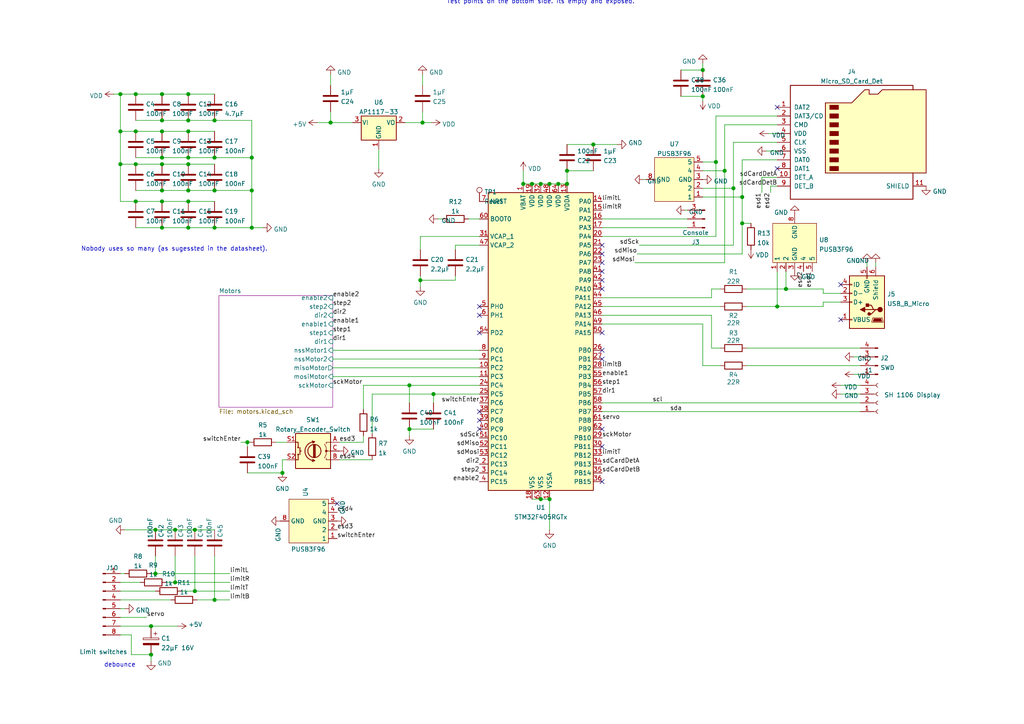
<source format=kicad_sch>
(kicad_sch (version 20230221) (generator eeschema)
  (paper "A4")
  (lib_symbols
    (symbol "Connector:Conn_01x03_Male" (pin_names (offset 1.016) hide)
      (property "Reference" "J" (at 0 5.08 0))
      (property "Value" "Conn_01x03_Male" (at 0 -5.08 0))
      (symbol "Conn_01x03_Male_1_1"
        (pin passive line (at 5.08 2.54 180) (length 3.81) (name "Pin_1") (number "1"))
        (pin passive line (at 5.08 0 180) (length 3.81) (name "Pin_2") (number "2"))
        (pin passive line (at 5.08 -2.54 180) (length 3.81) (name "Pin_3") (number "3"))
      )
    )
    (symbol "Connector:Conn_01x04_Female" (pin_names (offset 1.016) hide)
      (property "Reference" "J" (at 0 5.08 0))
      (property "Value" "Conn_01x04_Female" (at 0 -7.62 0))
      (symbol "Conn_01x04_Female_1_1"
        (pin passive line (at -5.08 2.54 0) (length 3.81) (name "Pin_1") (number "1"))
        (pin passive line (at -5.08 0 0) (length 3.81) (name "Pin_2") (number "2"))
        (pin passive line (at -5.08 -2.54 0) (length 3.81) (name "Pin_3") (number "3"))
        (pin passive line (at -5.08 -5.08 0) (length 3.81) (name "Pin_4") (number "4"))
      )
    )
    (symbol "Connector:Conn_01x04_Male" (pin_names (offset 1.016) hide)
      (property "Reference" "J" (at 0 5.08 0))
      (property "Value" "Conn_01x04_Male" (at 0 -7.62 0))
      (symbol "Conn_01x04_Male_1_1"
        (pin passive line (at 5.08 2.54 180) (length 3.81) (name "Pin_1") (number "1"))
        (pin passive line (at 5.08 0 180) (length 3.81) (name "Pin_2") (number "2"))
        (pin passive line (at 5.08 -2.54 180) (length 3.81) (name "Pin_3") (number "3"))
        (pin passive line (at 5.08 -5.08 180) (length 3.81) (name "Pin_4") (number "4"))
      )
    )
    (symbol "Connector:Conn_01x08_Male" (pin_names (offset 1.016) hide)
      (property "Reference" "J" (at 0 10.16 0))
      (property "Value" "Conn_01x08_Male" (at 0 -12.7 0))
      (symbol "Conn_01x08_Male_1_1"
        (pin passive line (at 5.08 7.62 180) (length 3.81) (name "Pin_1") (number "1"))
        (pin passive line (at 5.08 5.08 180) (length 3.81) (name "Pin_2") (number "2"))
        (pin passive line (at 5.08 2.54 180) (length 3.81) (name "Pin_3") (number "3"))
        (pin passive line (at 5.08 0 180) (length 3.81) (name "Pin_4") (number "4"))
        (pin passive line (at 5.08 -2.54 180) (length 3.81) (name "Pin_5") (number "5"))
        (pin passive line (at 5.08 -5.08 180) (length 3.81) (name "Pin_6") (number "6"))
        (pin passive line (at 5.08 -7.62 180) (length 3.81) (name "Pin_7") (number "7"))
        (pin passive line (at 5.08 -10.16 180) (length 3.81) (name "Pin_8") (number "8"))
      )
    )
    (symbol "Connector:Micro_SD_Card_Det" (pin_names (offset 1.016))
      (property "Reference" "J" (at -16.51 17.78 0))
      (property "Value" "Micro_SD_Card_Det" (at 16.51 17.78 0))
      (symbol "Micro_SD_Card_Det_1_1"
        (pin bidirectional line (at -22.86 10.16 0) (length 3.81) (name "DAT2") (number "1"))
        (pin passive line (at -22.86 -10.16 0) (length 3.81) (name "DET_A") (number "10"))
        (pin passive line (at 20.32 -12.7 180) (length 3.81) (name "SHIELD") (number "11"))
        (pin bidirectional line (at -22.86 7.62 0) (length 3.81) (name "DAT3/CD") (number "2"))
        (pin input line (at -22.86 5.08 0) (length 3.81) (name "CMD") (number "3"))
        (pin power_in line (at -22.86 2.54 0) (length 3.81) (name "VDD") (number "4"))
        (pin input line (at -22.86 0 0) (length 3.81) (name "CLK") (number "5"))
        (pin power_in line (at -22.86 -2.54 0) (length 3.81) (name "VSS") (number "6"))
        (pin bidirectional line (at -22.86 -5.08 0) (length 3.81) (name "DAT0") (number "7"))
        (pin bidirectional line (at -22.86 -7.62 0) (length 3.81) (name "DAT1") (number "8"))
        (pin passive line (at -22.86 -12.7 0) (length 3.81) (name "DET_B") (number "9"))
      )
    )
    (symbol "Connector:TestPoint" (pin_numbers hide) (pin_names (offset 0.762) hide)
      (property "Reference" "TP" (at 0 6.858 0))
      (property "Value" "TestPoint" (at 0 5.08 0))
      (symbol "TestPoint_1_1"
        (pin passive line (at 0 0 90) (length 2.54) (name "1") (number "1"))
      )
    )
    (symbol "Connector:USB_B_Micro" (pin_names (offset 1.016))
      (property "Reference" "J" (at -5.08 11.43 0))
      (property "Value" "USB_B_Micro" (at -5.08 8.89 0))
      (symbol "USB_B_Micro_1_1"
        (pin power_out line (at 7.62 5.08 180) (length 2.54) (name "VBUS") (number "1"))
        (pin bidirectional line (at 7.62 -2.54 180) (length 2.54) (name "D-") (number "2"))
        (pin bidirectional line (at 7.62 0 180) (length 2.54) (name "D+") (number "3"))
        (pin passive line (at 7.62 -5.08 180) (length 2.54) (name "ID") (number "4"))
        (pin power_out line (at 0 -10.16 90) (length 2.54) (name "GND") (number "5"))
        (pin passive line (at -2.54 -10.16 90) (length 2.54) (name "Shield") (number "6"))
      )
    )
    (symbol "Device:C" (pin_numbers hide) (pin_names (offset 0.254))
      (property "Reference" "C" (at 0.635 2.54 0))
      (property "Value" "C" (at 0.635 -2.54 0))
      (symbol "C_1_1"
        (pin passive line (at 0 3.81 270) (length 2.794) (name "~") (number "1"))
        (pin passive line (at 0 -3.81 90) (length 2.794) (name "~") (number "2"))
      )
    )
    (symbol "Device:CP" (pin_numbers hide) (pin_names (offset 0.254))
      (property "Reference" "C" (at 0.635 2.54 0))
      (property "Value" "CP" (at 0.635 -2.54 0))
      (symbol "CP_1_1"
        (pin passive line (at 0 3.81 270) (length 2.794) (name "~") (number "1"))
        (pin passive line (at 0 -3.81 90) (length 2.794) (name "~") (number "2"))
      )
    )
    (symbol "Device:R" (pin_numbers hide) (pin_names (offset 0))
      (property "Reference" "R" (at 2.032 0 90))
      (property "Value" "R" (at 0 0 90))
      (symbol "R_1_1"
        (pin passive line (at 0 3.81 270) (length 1.27) (name "~") (number "1"))
        (pin passive line (at 0 -3.81 90) (length 1.27) (name "~") (number "2"))
      )
    )
    (symbol "Device:Rotary_Encoder_Switch" (pin_names (offset 0.254) hide)
      (property "Reference" "SW" (at 0 6.604 0))
      (property "Value" "Rotary_Encoder_Switch" (at 0 -6.604 0))
      (symbol "Rotary_Encoder_Switch_1_1"
        (pin passive line (at -7.62 2.54 0) (length 2.54) (name "A") (number "A"))
        (pin passive line (at -7.62 -2.54 0) (length 2.54) (name "B") (number "B"))
        (pin passive line (at -7.62 0 0) (length 2.54) (name "C") (number "C"))
        (pin passive line (at 7.62 2.54 180) (length 2.54) (name "S1") (number "S1"))
        (pin passive line (at 7.62 -2.54 180) (length 2.54) (name "S2") (number "S2"))
      )
    )
    (symbol "MCU_ST_STM32F4:STM32F405RGTx"
      (property "Reference" "U" (at -15.24 44.45 0))
      (property "Value" "STM32F405RGTx" (at 10.16 44.45 0))
      (symbol "STM32F405RGTx_1_1"
        (pin power_in line (at -5.08 45.72 270) (length 2.54) (name "VBAT") (number "1"))
        (pin bidirectional line (at -17.78 -7.62 0) (length 2.54) (name "PC2") (number "10"))
        (pin bidirectional line (at -17.78 -10.16 0) (length 2.54) (name "PC3") (number "11"))
        (pin power_in line (at 2.54 -45.72 90) (length 2.54) (name "VSSA") (number "12"))
        (pin power_in line (at 7.62 45.72 270) (length 2.54) (name "VDDA") (number "13"))
        (pin bidirectional line (at 17.78 40.64 180) (length 2.54) (name "PA0") (number "14"))
        (pin bidirectional line (at 17.78 38.1 180) (length 2.54) (name "PA1") (number "15"))
        (pin bidirectional line (at 17.78 35.56 180) (length 2.54) (name "PA2") (number "16"))
        (pin bidirectional line (at 17.78 33.02 180) (length 2.54) (name "PA3") (number "17"))
        (pin power_in line (at -2.54 -45.72 90) (length 2.54) (name "VSS") (number "18"))
        (pin power_in line (at -2.54 45.72 270) (length 2.54) (name "VDD") (number "19"))
        (pin bidirectional line (at -17.78 -35.56 0) (length 2.54) (name "PC13") (number "2"))
        (pin bidirectional line (at 17.78 30.48 180) (length 2.54) (name "PA4") (number "20"))
        (pin bidirectional line (at 17.78 27.94 180) (length 2.54) (name "PA5") (number "21"))
        (pin bidirectional line (at 17.78 25.4 180) (length 2.54) (name "PA6") (number "22"))
        (pin bidirectional line (at 17.78 22.86 180) (length 2.54) (name "PA7") (number "23"))
        (pin bidirectional line (at -17.78 -12.7 0) (length 2.54) (name "PC4") (number "24"))
        (pin bidirectional line (at -17.78 -15.24 0) (length 2.54) (name "PC5") (number "25"))
        (pin bidirectional line (at 17.78 -2.54 180) (length 2.54) (name "PB0") (number "26"))
        (pin bidirectional line (at 17.78 -5.08 180) (length 2.54) (name "PB1") (number "27"))
        (pin bidirectional line (at 17.78 -7.62 180) (length 2.54) (name "PB2") (number "28"))
        (pin bidirectional line (at 17.78 -27.94 180) (length 2.54) (name "PB10") (number "29"))
        (pin bidirectional line (at -17.78 -38.1 0) (length 2.54) (name "PC14") (number "3"))
        (pin bidirectional line (at 17.78 -30.48 180) (length 2.54) (name "PB11") (number "30"))
        (pin power_in line (at -17.78 30.48 0) (length 2.54) (name "VCAP_1") (number "31"))
        (pin power_in line (at 0 45.72 270) (length 2.54) (name "VDD") (number "32"))
        (pin bidirectional line (at 17.78 -33.02 180) (length 2.54) (name "PB12") (number "33"))
        (pin bidirectional line (at 17.78 -35.56 180) (length 2.54) (name "PB13") (number "34"))
        (pin bidirectional line (at 17.78 -38.1 180) (length 2.54) (name "PB14") (number "35"))
        (pin bidirectional line (at 17.78 -40.64 180) (length 2.54) (name "PB15") (number "36"))
        (pin bidirectional line (at -17.78 -17.78 0) (length 2.54) (name "PC6") (number "37"))
        (pin bidirectional line (at -17.78 -20.32 0) (length 2.54) (name "PC7") (number "38"))
        (pin bidirectional line (at -17.78 -22.86 0) (length 2.54) (name "PC8") (number "39"))
        (pin bidirectional line (at -17.78 -40.64 0) (length 2.54) (name "PC15") (number "4"))
        (pin bidirectional line (at -17.78 -25.4 0) (length 2.54) (name "PC9") (number "40"))
        (pin bidirectional line (at 17.78 20.32 180) (length 2.54) (name "PA8") (number "41"))
        (pin bidirectional line (at 17.78 17.78 180) (length 2.54) (name "PA9") (number "42"))
        (pin bidirectional line (at 17.78 15.24 180) (length 2.54) (name "PA10") (number "43"))
        (pin bidirectional line (at 17.78 12.7 180) (length 2.54) (name "PA11") (number "44"))
        (pin bidirectional line (at 17.78 10.16 180) (length 2.54) (name "PA12") (number "45"))
        (pin bidirectional line (at 17.78 7.62 180) (length 2.54) (name "PA13") (number "46"))
        (pin power_in line (at -17.78 27.94 0) (length 2.54) (name "VCAP_2") (number "47"))
        (pin power_in line (at 2.54 45.72 270) (length 2.54) (name "VDD") (number "48"))
        (pin bidirectional line (at 17.78 5.08 180) (length 2.54) (name "PA14") (number "49"))
        (pin input line (at -17.78 10.16 0) (length 2.54) (name "PH0") (number "5"))
        (pin bidirectional line (at 17.78 2.54 180) (length 2.54) (name "PA15") (number "50"))
        (pin bidirectional line (at -17.78 -27.94 0) (length 2.54) (name "PC10") (number "51"))
        (pin bidirectional line (at -17.78 -30.48 0) (length 2.54) (name "PC11") (number "52"))
        (pin bidirectional line (at -17.78 -33.02 0) (length 2.54) (name "PC12") (number "53"))
        (pin bidirectional line (at -17.78 2.54 0) (length 2.54) (name "PD2") (number "54"))
        (pin bidirectional line (at 17.78 -10.16 180) (length 2.54) (name "PB3") (number "55"))
        (pin bidirectional line (at 17.78 -12.7 180) (length 2.54) (name "PB4") (number "56"))
        (pin bidirectional line (at 17.78 -15.24 180) (length 2.54) (name "PB5") (number "57"))
        (pin bidirectional line (at 17.78 -17.78 180) (length 2.54) (name "PB6") (number "58"))
        (pin bidirectional line (at 17.78 -20.32 180) (length 2.54) (name "PB7") (number "59"))
        (pin input line (at -17.78 7.62 0) (length 2.54) (name "PH1") (number "6"))
        (pin input line (at -17.78 35.56 0) (length 2.54) (name "BOOT0") (number "60"))
        (pin bidirectional line (at 17.78 -22.86 180) (length 2.54) (name "PB8") (number "61"))
        (pin bidirectional line (at 17.78 -25.4 180) (length 2.54) (name "PB9") (number "62"))
        (pin power_in line (at 0 -45.72 90) (length 2.54) (name "VSS") (number "63"))
        (pin power_in line (at 5.08 45.72 270) (length 2.54) (name "VDD") (number "64"))
        (pin input line (at -17.78 40.64 0) (length 2.54) (name "NRST") (number "7"))
        (pin bidirectional line (at -17.78 -2.54 0) (length 2.54) (name "PC0") (number "8"))
        (pin bidirectional line (at -17.78 -5.08 0) (length 2.54) (name "PC1") (number "9"))
      )
    )
    (symbol "Regulator_Linear:AP1117-33" (pin_names (offset 0.254))
      (property "Reference" "U" (at -3.81 3.175 0))
      (property "Value" "AP1117-33" (at 0 3.175 0))
      (symbol "AP1117-33_1_1"
        (pin power_in line (at 0 -7.62 90) (length 2.54) (name "GND") (number "1"))
        (pin power_out line (at 7.62 0 180) (length 2.54) (name "VO") (number "2"))
        (pin power_in line (at -7.62 0 0) (length 2.54) (name "VI") (number "3"))
      )
    )
    (symbol "iwasz:PUSB3F96"
      (property "Reference" "U" (at 0 -5.08 0))
      (property "Value" "PUSB3F96" (at 0 7.62 0))
      (symbol "PUSB3F96_1_1"
        (pin input line (at 8.255 -5.08 180) (length 2.54) (name "1") (number "1"))
        (pin input line (at 8.255 -2.54 180) (length 2.54) (name "2") (number "2"))
        (pin input line (at 8.255 0 180) (length 2.54) (name "GND") (number "3"))
        (pin input line (at 8.255 2.54 180) (length 2.54) (name "4") (number "4"))
        (pin input line (at 8.255 5.08 180) (length 2.54) (name "5") (number "5"))
        (pin input line (at -8.255 0 0) (length 2.54) (name "GND") (number "8"))
      )
    )
    (symbol "power:+5V" (power) (pin_names (offset 0))
      (property "Value" "+5V" (at 0 3.556 0))
      (symbol "+5V_1_1"
        (pin power_in line (at 0 0 90) (length 0) hide (name "+5V") (number "1"))
      )
    )
    (symbol "power:GND" (power) (pin_names (offset 0))
      (property "Value" "GND" (at 0 -3.81 0))
      (symbol "GND_1_1"
        (pin power_in line (at 0 0 270) (length 0) hide (name "GND") (number "1"))
      )
    )
    (symbol "power:VDD" (power) (pin_names (offset 0))
      (property "Value" "VDD" (at 0 3.81 0))
      (symbol "VDD_1_1"
        (pin power_in line (at 0 0 90) (length 0) hide (name "VDD") (number "1"))
      )
    )
  )
  (junction (at 164.465 53.34) (diameter 1.016))
  (junction (at 215.265 57.15) (diameter 1.016))
  (junction (at 121.92 81.28) (diameter 1.016))
  (junction (at 54.61 34.925) (diameter 1.016))
  (junction (at 73.025 55.245) (diameter 1.016))
  (junction (at 156.845 144.78) (diameter 1.016))
  (junction (at 54.61 27.305) (diameter 1.016))
  (junction (at 227.965 83.82) (diameter 1.016))
  (junction (at 46.99 45.72) (diameter 1.016))
  (junction (at 95.885 35.56) (diameter 1.016))
  (junction (at 210.185 49.53) (diameter 1.016))
  (junction (at 45.085 166.37) (diameter 1.016))
  (junction (at 45.085 153.67) (diameter 1.016))
  (junction (at 54.61 38.1) (diameter 1.016))
  (junction (at 46.99 66.04) (diameter 1.016))
  (junction (at 46.99 27.305) (diameter 1.016))
  (junction (at 159.385 53.34) (diameter 1.016))
  (junction (at 39.37 38.1) (diameter 1.016))
  (junction (at 39.37 47.625) (diameter 1.016))
  (junction (at 46.99 38.1) (diameter 1.016))
  (junction (at 73.025 66.04) (diameter 1.016))
  (junction (at 161.925 53.34) (diameter 1.016))
  (junction (at 125.73 114.3) (diameter 1.016))
  (junction (at 122.555 35.56) (diameter 1.016))
  (junction (at 71.755 128.27) (diameter 1.016))
  (junction (at 54.61 55.245) (diameter 1.016))
  (junction (at 46.99 34.925) (diameter 1.016))
  (junction (at 62.23 173.99) (diameter 1.016))
  (junction (at 54.61 58.42) (diameter 1.016))
  (junction (at 172.085 41.91) (diameter 1.016))
  (junction (at 34.925 27.305) (diameter 1.016))
  (junction (at 151.765 53.34) (diameter 1.016))
  (junction (at 62.23 45.72) (diameter 1.016))
  (junction (at 118.745 111.76) (diameter 1.016))
  (junction (at 212.725 54.61) (diameter 1.016))
  (junction (at 203.835 20.32) (diameter 1.016))
  (junction (at 39.37 58.42) (diameter 1.016))
  (junction (at 62.23 34.925) (diameter 1.016))
  (junction (at 56.515 153.67) (diameter 1.016))
  (junction (at 73.025 45.72) (diameter 1.016))
  (junction (at 154.305 53.34) (diameter 1.016))
  (junction (at 46.99 58.42) (diameter 1.016))
  (junction (at 54.61 45.72) (diameter 1.016))
  (junction (at 62.23 66.04) (diameter 1.016))
  (junction (at 203.835 27.94) (diameter 1.016))
  (junction (at 46.99 55.245) (diameter 1.016))
  (junction (at 164.465 49.53) (diameter 1.016))
  (junction (at 62.23 55.245) (diameter 1.016))
  (junction (at 43.815 189.865) (diameter 1.016))
  (junction (at 215.265 64.77) (diameter 1.016))
  (junction (at 43.815 181.61) (diameter 1.016))
  (junction (at 225.425 88.9) (diameter 1.016))
  (junction (at 39.37 27.305) (diameter 1.016))
  (junction (at 50.8 153.67) (diameter 1.016))
  (junction (at 156.845 53.34) (diameter 1.016))
  (junction (at 81.915 137.16) (diameter 1.016))
  (junction (at 34.925 47.625) (diameter 1.016))
  (junction (at 34.925 38.1) (diameter 1.016))
  (junction (at 118.745 124.46) (diameter 1.016))
  (junction (at 56.515 171.45) (diameter 1.016))
  (junction (at 54.61 47.625) (diameter 1.016))
  (junction (at 54.61 66.04) (diameter 1.016))
  (junction (at 46.99 47.625) (diameter 1.016))
  (junction (at 159.385 144.78) (diameter 1.016))
  (junction (at 50.8 168.91) (diameter 1.016))
  (junction (at 207.645 46.99) (diameter 1.016))
  (no_connect (at 174.625 71.12))
  (no_connect (at 243.84 82.55))
  (no_connect (at 243.84 92.71))
  (no_connect (at 174.625 73.66))
  (no_connect (at 97.79 146.05))
  (no_connect (at 139.065 88.9))
  (no_connect (at 139.065 91.44))
  (no_connect (at 139.065 96.52))
  (no_connect (at 139.065 119.38))
  (no_connect (at 139.065 121.92))
  (no_connect (at 139.065 124.46))
  (no_connect (at 174.625 78.74))
  (no_connect (at 174.625 81.28))
  (no_connect (at 174.625 83.82))
  (no_connect (at 174.625 96.52))
  (no_connect (at 174.625 104.14))
  (no_connect (at 174.625 124.46))
  (no_connect (at 174.625 129.54))
  (no_connect (at 174.625 139.7))
  (no_connect (at 174.625 101.6))
  (no_connect (at 174.625 76.2))
  (no_connect (at 225.425 31.115))
  (no_connect (at 225.425 48.895))
  (wire (pts (xy 34.925 173.99) (xy 49.53 173.99)))
  (wire (pts (xy 57.15 173.99) (xy 62.23 173.99)))
  (wire (pts (xy 62.23 173.99) (xy 66.675 173.99)))
  (wire (pts (xy 203.835 18.415) (xy 203.835 20.32)))
  (wire (pts (xy 215.265 64.77) (xy 217.805 64.77)))
  (wire (pts (xy 71.755 137.16) (xy 81.915 137.16)))
  (wire (pts (xy 34.925 166.37) (xy 36.195 166.37)))
  (wire (pts (xy 43.815 166.37) (xy 45.085 166.37)))
  (wire (pts (xy 45.085 166.37) (xy 66.675 166.37)))
  (wire (pts (xy 43.815 181.61) (xy 51.435 181.61)))
  (wire (pts (xy 118.745 111.76) (xy 118.745 116.84)))
  (wire (pts (xy 184.15 76.2) (xy 210.185 76.2)))
  (wire (pts (xy 96.52 104.14) (xy 139.065 104.14)))
  (wire (pts (xy 43.815 191.77) (xy 43.815 189.865)))
  (wire (pts (xy 222.885 38.735) (xy 225.425 38.735)))
  (wire (pts (xy 247.65 108.585) (xy 249.555 108.585)))
  (wire (pts (xy 203.835 57.15) (xy 215.265 57.15)))
  (wire (pts (xy 174.625 88.9) (xy 208.915 88.9)))
  (wire (pts (xy 80.01 128.27) (xy 83.185 128.27)))
  (wire (pts (xy 172.085 49.53) (xy 164.465 49.53)))
  (wire (pts (xy 164.465 41.91) (xy 172.085 41.91)))
  (wire (pts (xy 184.785 73.66) (xy 215.265 73.66)))
  (wire (pts (xy 220.98 51.435) (xy 220.98 55.88)))
  (wire (pts (xy 225.425 51.435) (xy 220.98 51.435)))
  (wire (pts (xy 132.08 71.12) (xy 132.08 72.39)))
  (wire (pts (xy 139.065 71.12) (xy 132.08 71.12)))
  (wire (pts (xy 164.465 49.53) (xy 164.465 53.34)))
  (wire (pts (xy 210.185 36.195) (xy 225.425 36.195)))
  (wire (pts (xy 34.925 38.1) (xy 34.925 27.305)))
  (wire (pts (xy 39.37 38.1) (xy 34.925 38.1)))
  (wire (pts (xy 46.99 38.1) (xy 39.37 38.1)))
  (wire (pts (xy 54.61 38.1) (xy 46.99 38.1)))
  (wire (pts (xy 62.23 38.1) (xy 54.61 38.1)))
  (wire (pts (xy 172.085 41.91) (xy 179.07 41.91)))
  (wire (pts (xy 34.925 58.42) (xy 34.925 47.625)))
  (wire (pts (xy 39.37 58.42) (xy 34.925 58.42)))
  (wire (pts (xy 46.99 58.42) (xy 39.37 58.42)))
  (wire (pts (xy 54.61 58.42) (xy 46.99 58.42)))
  (wire (pts (xy 62.23 58.42) (xy 54.61 58.42)))
  (wire (pts (xy 39.37 66.04) (xy 46.99 66.04)))
  (wire (pts (xy 46.99 66.04) (xy 54.61 66.04)))
  (wire (pts (xy 54.61 66.04) (xy 62.23 66.04)))
  (wire (pts (xy 62.23 66.04) (xy 73.025 66.04)))
  (wire (pts (xy 73.025 66.04) (xy 76.2 66.04)))
  (wire (pts (xy 206.375 91.44) (xy 174.625 91.44)))
  (wire (pts (xy 206.375 100.965) (xy 206.375 91.44)))
  (wire (pts (xy 38.1 184.15) (xy 38.1 189.865)))
  (wire (pts (xy 222.25 43.815) (xy 225.425 43.815)))
  (wire (pts (xy 174.625 66.04) (xy 199.39 66.04)))
  (wire (pts (xy 203.835 54.61) (xy 212.725 54.61)))
  (wire (pts (xy 223.52 53.975) (xy 223.52 55.88)))
  (wire (pts (xy 225.425 53.975) (xy 223.52 53.975)))
  (wire (pts (xy 122.555 32.385) (xy 122.555 35.56)))
  (wire (pts (xy 92.075 35.56) (xy 95.885 35.56)))
  (wire (pts (xy 95.885 35.56) (xy 102.235 35.56)))
  (wire (pts (xy 121.92 81.28) (xy 121.92 83.185)))
  (wire (pts (xy 135.89 63.5) (xy 139.065 63.5)))
  (wire (pts (xy 48.26 168.91) (xy 50.8 168.91)))
  (wire (pts (xy 50.8 168.91) (xy 66.675 168.91)))
  (wire (pts (xy 227.965 78.74) (xy 227.965 83.82)))
  (wire (pts (xy 174.625 93.98) (xy 203.835 93.98)))
  (wire (pts (xy 203.835 93.98) (xy 203.835 106.045)))
  (wire (pts (xy 203.835 106.045) (xy 208.915 106.045)))
  (wire (pts (xy 216.535 106.045) (xy 249.555 106.045)))
  (wire (pts (xy 225.425 46.355) (xy 215.265 46.355)))
  (wire (pts (xy 127 63.5) (xy 128.27 63.5)))
  (wire (pts (xy 34.925 168.91) (xy 40.64 168.91)))
  (wire (pts (xy 186.69 52.07) (xy 187.325 52.07)))
  (wire (pts (xy 197.485 20.32) (xy 203.835 20.32)))
  (wire (pts (xy 225.425 78.74) (xy 225.425 88.9)))
  (wire (pts (xy 251.46 76.2) (xy 251.46 77.47)))
  (wire (pts (xy 34.925 179.07) (xy 42.545 179.07)))
  (wire (pts (xy 207.645 33.655) (xy 225.425 33.655)))
  (wire (pts (xy 45.085 161.29) (xy 45.085 166.37)))
  (wire (pts (xy 225.425 88.9) (xy 216.535 88.9)))
  (wire (pts (xy 225.425 88.9) (xy 238.76 88.9)))
  (wire (pts (xy 238.76 87.63) (xy 238.76 88.9)))
  (wire (pts (xy 154.305 144.78) (xy 156.845 144.78)))
  (wire (pts (xy 156.845 144.78) (xy 159.385 144.78)))
  (wire (pts (xy 159.385 144.78) (xy 159.385 153.67)))
  (wire (pts (xy 109.855 43.18) (xy 109.855 48.895)))
  (wire (pts (xy 43.815 182.245) (xy 43.815 181.61)))
  (wire (pts (xy 197.485 27.94) (xy 203.835 27.94)))
  (wire (pts (xy 216.535 83.82) (xy 227.965 83.82)))
  (wire (pts (xy 227.965 83.82) (xy 238.76 83.82)))
  (wire (pts (xy 238.76 83.82) (xy 238.76 85.09)))
  (wire (pts (xy 174.625 119.38) (xy 249.555 119.38)))
  (wire (pts (xy 34.925 171.45) (xy 45.085 171.45)))
  (wire (pts (xy 52.705 171.45) (xy 56.515 171.45)))
  (wire (pts (xy 56.515 171.45) (xy 66.675 171.45)))
  (wire (pts (xy 210.185 49.53) (xy 210.185 36.195)))
  (wire (pts (xy 210.185 76.2) (xy 210.185 49.53)))
  (wire (pts (xy 69.85 128.27) (xy 71.755 128.27)))
  (wire (pts (xy 71.755 128.27) (xy 72.39 128.27)))
  (wire (pts (xy 38.1 189.865) (xy 43.815 189.865)))
  (wire (pts (xy 254 76.2) (xy 254 77.47)))
  (wire (pts (xy 151.765 49.53) (xy 151.765 53.34)))
  (wire (pts (xy 151.765 53.34) (xy 154.305 53.34)))
  (wire (pts (xy 154.305 53.34) (xy 156.845 53.34)))
  (wire (pts (xy 156.845 53.34) (xy 159.385 53.34)))
  (wire (pts (xy 159.385 53.34) (xy 161.925 53.34)))
  (wire (pts (xy 161.925 53.34) (xy 164.465 53.34)))
  (wire (pts (xy 125.73 116.84) (xy 125.73 114.3)))
  (wire (pts (xy 215.265 46.355) (xy 215.265 57.15)))
  (wire (pts (xy 215.265 57.15) (xy 215.265 64.77)))
  (wire (pts (xy 215.265 64.77) (xy 215.265 73.66)))
  (wire (pts (xy 247.65 103.505) (xy 249.555 103.505)))
  (wire (pts (xy 121.92 68.58) (xy 121.92 72.39)))
  (wire (pts (xy 139.065 68.58) (xy 121.92 68.58)))
  (wire (pts (xy 96.52 109.22) (xy 139.065 109.22)))
  (wire (pts (xy 96.52 106.68) (xy 139.065 106.68)))
  (wire (pts (xy 34.925 181.61) (xy 43.815 181.61)))
  (wire (pts (xy 50.8 161.29) (xy 50.8 168.91)))
  (wire (pts (xy 203.835 29.21) (xy 203.835 27.94)))
  (wire (pts (xy 198.755 60.96) (xy 199.39 60.96)))
  (wire (pts (xy 243.84 87.63) (xy 238.76 87.63)))
  (wire (pts (xy 107.95 114.3) (xy 107.95 125.73)))
  (wire (pts (xy 107.95 114.3) (xy 125.73 114.3)))
  (wire (pts (xy 107.95 133.35) (xy 98.425 133.35)))
  (wire (pts (xy 125.73 114.3) (xy 139.065 114.3)))
  (wire (pts (xy 71.755 128.27) (xy 71.755 129.54)))
  (wire (pts (xy 34.925 47.625) (xy 34.925 38.1)))
  (wire (pts (xy 39.37 47.625) (xy 34.925 47.625)))
  (wire (pts (xy 46.99 47.625) (xy 39.37 47.625)))
  (wire (pts (xy 54.61 47.625) (xy 46.99 47.625)))
  (wire (pts (xy 62.23 47.625) (xy 54.61 47.625)))
  (wire (pts (xy 212.725 41.275) (xy 212.725 54.61)))
  (wire (pts (xy 212.725 41.275) (xy 225.425 41.275)))
  (wire (pts (xy 212.725 54.61) (xy 212.725 71.12)))
  (wire (pts (xy 122.555 21.59) (xy 122.555 24.765)))
  (wire (pts (xy 34.925 176.53) (xy 36.195 176.53)))
  (wire (pts (xy 121.92 81.28) (xy 121.92 80.01)))
  (wire (pts (xy 132.08 80.01) (xy 132.08 81.28)))
  (wire (pts (xy 132.08 81.28) (xy 121.92 81.28)))
  (wire (pts (xy 105.41 111.76) (xy 105.41 118.745)))
  (wire (pts (xy 105.41 126.365) (xy 105.41 128.27)))
  (wire (pts (xy 105.41 128.27) (xy 98.425 128.27)))
  (wire (pts (xy 118.745 111.76) (xy 105.41 111.76)))
  (wire (pts (xy 139.065 111.76) (xy 118.745 111.76)))
  (wire (pts (xy 118.745 124.46) (xy 118.745 126.365)))
  (wire (pts (xy 39.37 55.245) (xy 46.99 55.245)))
  (wire (pts (xy 46.99 55.245) (xy 54.61 55.245)))
  (wire (pts (xy 54.61 55.245) (xy 62.23 55.245)))
  (wire (pts (xy 62.23 55.245) (xy 73.025 55.245)))
  (wire (pts (xy 73.025 55.245) (xy 73.025 66.04)))
  (wire (pts (xy 203.835 49.53) (xy 210.185 49.53)))
  (wire (pts (xy 62.23 161.29) (xy 62.23 173.99)))
  (wire (pts (xy 56.515 161.29) (xy 56.515 171.45)))
  (wire (pts (xy 96.52 101.6) (xy 139.065 101.6)))
  (wire (pts (xy 243.84 111.76) (xy 249.555 111.76)))
  (wire (pts (xy 243.84 114.3) (xy 249.555 114.3)))
  (wire (pts (xy 36.195 153.67) (xy 45.085 153.67)))
  (wire (pts (xy 45.085 153.67) (xy 50.8 153.67)))
  (wire (pts (xy 50.8 153.67) (xy 56.515 153.67)))
  (wire (pts (xy 56.515 153.67) (xy 62.23 153.67)))
  (wire (pts (xy 33.02 27.305) (xy 34.925 27.305)))
  (wire (pts (xy 34.925 27.305) (xy 39.37 27.305)))
  (wire (pts (xy 39.37 27.305) (xy 46.99 27.305)))
  (wire (pts (xy 46.99 27.305) (xy 54.61 27.305)))
  (wire (pts (xy 54.61 27.305) (xy 62.23 27.305)))
  (wire (pts (xy 81.915 133.35) (xy 81.915 137.16)))
  (wire (pts (xy 83.185 133.35) (xy 81.915 133.35)))
  (wire (pts (xy 117.475 35.56) (xy 122.555 35.56)))
  (wire (pts (xy 122.555 35.56) (xy 125.095 35.56)))
  (wire (pts (xy 39.37 45.72) (xy 46.99 45.72)))
  (wire (pts (xy 46.99 45.72) (xy 54.61 45.72)))
  (wire (pts (xy 54.61 45.72) (xy 62.23 45.72)))
  (wire (pts (xy 62.23 45.72) (xy 73.025 45.72)))
  (wire (pts (xy 73.025 45.72) (xy 73.025 55.245)))
  (wire (pts (xy 185.42 71.12) (xy 212.725 71.12)))
  (wire (pts (xy 243.84 85.09) (xy 238.76 85.09)))
  (wire (pts (xy 174.625 68.58) (xy 207.645 68.58)))
  (wire (pts (xy 207.645 33.655) (xy 207.645 46.99)))
  (wire (pts (xy 207.645 46.99) (xy 207.645 68.58)))
  (wire (pts (xy 118.745 124.46) (xy 125.73 124.46)))
  (wire (pts (xy 34.925 184.15) (xy 38.1 184.15)))
  (wire (pts (xy 39.37 34.925) (xy 46.99 34.925)))
  (wire (pts (xy 46.99 34.925) (xy 54.61 34.925)))
  (wire (pts (xy 54.61 34.925) (xy 62.23 34.925)))
  (wire (pts (xy 62.23 34.925) (xy 73.025 34.925)))
  (wire (pts (xy 73.025 34.925) (xy 73.025 45.72)))
  (wire (pts (xy 206.375 100.965) (xy 208.915 100.965)))
  (wire (pts (xy 95.885 21.59) (xy 95.885 24.765)))
  (wire (pts (xy 216.535 100.965) (xy 249.555 100.965)))
  (wire (pts (xy 174.625 116.84) (xy 249.555 116.84)))
  (wire (pts (xy 174.625 63.5) (xy 199.39 63.5)))
  (wire (pts (xy 95.885 32.385) (xy 95.885 35.56)))
  (wire (pts (xy 206.375 83.82) (xy 206.375 86.36)))
  (wire (pts (xy 206.375 86.36) (xy 174.625 86.36)))
  (wire (pts (xy 208.915 83.82) (xy 206.375 83.82)))
  (wire (pts (xy 203.835 46.99) (xy 207.645 46.99)))
  (text "Nobody uses so many (as sugessted in the datasheet)." (at 23.495 73.025 0) (effects (font (size 1.27 1.27)) (justify left bottom)))
  (text "TODO : SWD header has some crazy pitch like 1.25. Change\nConsole header has 3 pins instead of 4 (same component)\nIncrease 100µF Electrolityc Capacaitors footprints to maximum available (that fits).\nSWitch to the most popular micro sd holder footprint. Now im stuck as there is no parts with the footprint i've chosen.\nOLED display footprint has wrong pin order (mirrored).\nSWD header is pretty bad placed. The cable attached gets tangled ." (at 129.54 -10.795 0) (effects (font (size 1.27 1.27)) (justify left bottom)))
  (text "Mark ON and OFF positions on the PCB \nMake some merkings making it obvius how to put the drivers.\nmove console connector away from the edge\nBetter still use STD14\nTest points on the bottom side. Its empty and exposed." (at 129.54 1.27 0) (effects (font (size 1.27 1.27)) (justify left bottom)))
  (text "debounce" (at 39.37 193.675 0) (effects (font (size 1.27 1.27)) (justify right bottom)))
  (label "switchEnter" (at 69.85 128.27 180))
  (label "sdCardDetA" (at 174.625 134.62 0))
  (label "enable1" (at 96.52 93.98 0))
  (label "sdMiso" (at 139.065 129.54 180))
  (label "limitT" (at 66.675 171.45 0))
  (label "sda" (at 194.31 119.38 0))
  (label "esd4" (at 97.79 148.59 0))
  (label "limitT" (at 174.625 132.08 0))
  (label "esd1" (at 235.585 78.74 270))
  (label "dir1" (at 174.625 114.3 0))
  (label "sckMotor" (at 174.625 127 0))
  (label "scl" (at 189.23 116.84 0))
  (label "sdMosi" (at 139.065 132.08 180))
  (label "sdCardDetB" (at 174.625 137.16 0))
  (label "sckMotor" (at 96.52 111.76 0))
  (label "dir1" (at 96.52 99.06 0))
  (label "esd3" (at 97.79 153.67 0))
  (label "esd4" (at 98.425 133.35 0))
  (label "sdSck" (at 185.42 71.12 180))
  (label "sdSck" (at 139.065 127 180))
  (label "sdCardDetA" (at 225.425 51.435 180))
  (label "esd2" (at 233.045 78.74 270))
  (label "step1" (at 174.625 111.76 0))
  (label "limitL" (at 174.625 58.42 0))
  (label "servo" (at 174.625 121.92 0))
  (label "limitB" (at 66.675 173.99 0))
  (label "sdMosi" (at 184.15 76.2 180))
  (label "dir2" (at 139.065 134.62 180))
  (label "limitR" (at 174.625 60.96 0))
  (label "switchEnter" (at 97.79 156.21 0))
  (label "step2" (at 96.52 88.9 0))
  (label "esd2" (at 223.52 55.88 270))
  (label "limitB" (at 174.625 106.68 0))
  (label "step2" (at 139.065 137.16 180))
  (label "esd1" (at 220.98 55.88 270))
  (label "switchEnter" (at 139.065 116.84 180))
  (label "enable1" (at 174.625 109.22 0))
  (label "servo" (at 42.545 179.07 0))
  (label "enable2" (at 96.52 86.36 0))
  (label "dir2" (at 96.52 91.44 0))
  (label "limitL" (at 66.675 166.37 0))
  (label "sdCardDetB" (at 225.425 53.975 180))
  (label "sdMiso" (at 184.785 73.66 180))
  (label "enable2" (at 139.065 139.7 180))
  (label "step1" (at 96.52 96.52 0))
  (label "limitR" (at 66.675 168.91 0))
  (label "esd3" (at 98.425 128.27 0))
  (symbol (lib_id "power:GND") (at 230.505 78.74 0) (mirror y) (unit 1)
    (property "Reference" "#PWR020" (effects hide))
    (property "Value" "GND" (at 232.4101 80.2985 0) (effects (justify right)))
  )
  (symbol (lib_id "power:GND") (at 186.69 52.07 270) (mirror x) (unit 1)
    (property "Reference" "#PWR017" (effects hide))
    (property "Value" "GND" (at 187.7061 52.549 90) (effects (justify left)))
  )
  (symbol (lib_id "Device:R") (at 76.2 128.27 90) (unit 1)
    (property "Reference" "R5" (at 76.2 123.2874 90))
    (property "Value" "1k" (at 76.2 126.0625 90))
    (property "Footprint" "Resistor_SMD:R_0603_1608Metric" (effects hide))
  )
  (symbol (lib_id "power:GND") (at 81.915 137.16 0) (mirror y) (unit 1)
    (property "Reference" "#PWR0115" (effects hide))
    (property "Value" "GND" (at 81.915 141.7226 0))
  )
  (symbol (lib_id "Connector:Conn_01x04_Male") (at 254.635 106.045 180) (unit 1)
    (property "Reference" "J2" (at 255.3463 103.8665 0) (effects (justify right)))
    (property "Value" "SWD" (at 255.3463 106.6416 0) (effects (justify right)))
    (property "Footprint" "Connector_PinHeader_1.27mm:PinHeader_1x04_P1.27mm_Vertical" (effects hide))
  )
  (symbol (lib_id "Device:R") (at 107.95 129.54 0) (unit 1)
    (property "Reference" "R7" (at 109.7281 128.6315 0) (effects (justify left)))
    (property "Value" "1k" (at 109.7281 131.4066 0) (effects (justify left)))
    (property "Footprint" "Resistor_SMD:R_0603_1608Metric" (effects hide))
  )
  (symbol (lib_id "power:GND") (at 268.605 53.975 0) (mirror y) (unit 1)
    (property "Reference" "#PWR0123" (effects hide))
    (property "Value" "GND" (at 270.5101 55.5335 0) (effects (justify right)))
  )
  (symbol (lib_id "Device:C") (at 54.61 51.435 0) (unit 1)
    (property "Reference" "C14" (at 57.5311 50.5265 0) (effects (justify left)))
    (property "Value" "100nF" (at 57.5311 53.3016 0) (effects (justify left)))
    (property "Footprint" "Capacitor_SMD:C_0603_1608Metric" (effects hide))
  )
  (symbol (lib_id "Device:C") (at 45.085 157.48 0) (unit 1)
    (property "Reference" "C42" (at 46.7361 155.9365 90) (effects (justify left)))
    (property "Value" "100nF" (at 43.5611 156.1716 90) (effects (justify left)))
    (property "Footprint" "Capacitor_SMD:C_0603_1608Metric" (effects hide))
  )
  (symbol (lib_id "power:GND") (at 203.835 18.415 0) (mirror x) (unit 1)
    (property "Reference" "#PWR0125" (effects hide))
    (property "Value" "GND" (at 201.93 17.8145 0) (effects (justify right)))
  )
  (symbol (lib_id "Device:C") (at 172.085 45.72 0) (mirror x) (unit 1)
    (property "Reference" "C23" (at 175.0061 46.6285 0) (effects (justify left)))
    (property "Value" "1µF" (at 175.0061 43.8534 0) (effects (justify left)))
    (property "Footprint" "Capacitor_SMD:C_0603_1608Metric" (effects hide))
  )
  (symbol (lib_id "Device:C") (at 50.8 157.48 0) (unit 1)
    (property "Reference" "C43" (at 52.4511 155.9365 90) (effects (justify left)))
    (property "Value" "100nF" (at 49.2761 156.1716 90) (effects (justify left)))
    (property "Footprint" "Capacitor_SMD:C_0603_1608Metric" (effects hide))
  )
  (symbol (lib_id "power:VDD") (at 222.885 38.735 90) (unit 1)
    (property "Reference" "#PWR0121" (effects hide))
    (property "Value" "VDD" (at 223.9011 39.214 90) (effects (justify right)))
  )
  (symbol (lib_id "Device:C") (at 95.885 28.575 0) (mirror x) (unit 1)
    (property "Reference" "C24" (at 98.8061 29.4835 0) (effects (justify left)))
    (property "Value" "1µF" (at 98.8061 26.7084 0) (effects (justify left)))
    (property "Footprint" "Capacitor_SMD:C_0603_1608Metric" (effects hide))
  )
  (symbol (lib_id "Device:C") (at 62.23 31.115 0) (unit 1)
    (property "Reference" "C16" (at 65.1511 30.2065 0) (effects (justify left)))
    (property "Value" "4.7µF" (at 65.1511 32.9816 0) (effects (justify left)))
    (property "Footprint" "Capacitor_SMD:C_1210_3225Metric" (effects hide))
  )
  (symbol (lib_id "Device:R") (at 212.725 106.045 90) (unit 1)
    (property "Reference" "R4" (at 212.725 108.6824 90))
    (property "Value" "22R" (at 212.725 110.8225 90))
    (property "Footprint" "Resistor_SMD:R_0603_1608Metric" (effects hide))
  )
  (symbol (lib_id "Device:R") (at 53.34 173.99 90) (unit 1)
    (property "Reference" "R11" (at 53.34 169.0074 90))
    (property "Value" "1k" (at 53.34 171.7825 90))
    (property "Footprint" "Resistor_SMD:R_0603_1608Metric" (effects hide))
  )
  (symbol (lib_id "Device:C") (at 46.99 41.91 0) (unit 1)
    (property "Reference" "C9" (at 49.9111 41.0015 0) (effects (justify left)))
    (property "Value" "100nF" (at 49.9111 43.7766 0) (effects (justify left)))
    (property "Footprint" "Capacitor_SMD:C_0603_1608Metric" (effects hide))
  )
  (symbol (lib_id "power:+5V") (at 92.075 35.56 90) (unit 1)
    (property "Reference" "#PWR07" (effects hide))
    (property "Value" "+5V" (at 88.9 36.039 90) (effects (justify left)))
  )
  (symbol (lib_id "power:GND") (at 243.84 114.3 270) (unit 1)
    (property "Reference" "#PWR0102" (effects hide))
    (property "Value" "GND" (at 244.8561 114.779 90) (effects (justify left)))
  )
  (symbol (lib_id "Device:R") (at 40.005 166.37 90) (unit 1)
    (property "Reference" "R8" (at 40.005 161.3874 90))
    (property "Value" "1k" (at 40.005 164.1625 90))
    (property "Footprint" "Resistor_SMD:R_0603_1608Metric" (effects hide))
  )
  (symbol (lib_id "power:GND") (at 36.195 153.67 270) (mirror x) (unit 1)
    (property "Reference" "#PWR021" (effects hide))
    (property "Value" "GND" (at 31.4961 150.974 90) (effects (justify left)))
  )
  (symbol (lib_id "Connector:Micro_SD_Card_Det") (at 248.285 41.275 0) (unit 1)
    (property "Reference" "J4" (at 247.015 20.7984 0))
    (property "Value" "Micro_SD_Card_Det" (at 247.015 23.5735 0))
    (property "Footprint" "iwasz:microSD_HC_Hirose_DM3AT-SF-PEJM5" (effects hide))
    (property "Datasheet" "https://www.farnell.com/datasheets/2342923.pdf" (effects hide))
  )
  (symbol (lib_id "Connector:Conn_01x04_Female") (at 254.635 116.84 0) (mirror x) (unit 1)
    (property "Reference" "J1" (at 251.9426 107.3362 0))
    (property "Value" "SH 1106 Display" (at 264.6426 114.5563 0))
    (property "Footprint" "iwasz:SH1106" (effects hide))
  )
  (symbol (lib_id "power:GND") (at 198.755 60.96 270) (mirror x) (unit 1)
    (property "Reference" "#PWR0101" (effects hide))
    (property "Value" "GND" (at 199.7711 61.439 90) (effects (justify left)))
  )
  (symbol (lib_id "Device:C") (at 46.99 31.115 0) (unit 1)
    (property "Reference" "C8" (at 49.9111 30.2065 0) (effects (justify left)))
    (property "Value" "100nF" (at 49.9111 32.9816 0) (effects (justify left)))
    (property "Footprint" "Capacitor_SMD:C_0603_1608Metric" (effects hide))
  )
  (symbol (lib_id "iwasz:PUSB3F96") (at 230.505 70.485 270) (unit 1)
    (property "Reference" "U8" (at 237.5663 69.5765 90) (effects (justify left)))
    (property "Value" "PUSB3F96" (at 237.5663 72.3516 90) (effects (justify left)))
    (property "Footprint" "iwasz:Diodes_UDFN-10_1.0x2.5mm_P0.5mm" (effects hide))
    (property "Datasheet" "https://www.farnell.com/datasheets/1867249.pdf" (effects hide))
  )
  (symbol (lib_id "power:GND") (at 159.385 153.67 0) (unit 1)
    (property "Reference" "#PWR05" (effects hide))
    (property "Value" "GND" (at 159.385 158.2326 0))
  )
  (symbol (lib_id "power:VDD") (at 217.805 72.39 180) (unit 1)
    (property "Reference" "#PWR0129" (effects hide))
    (property "Value" "VDD" (at 219.2021 73.9485 0) (effects (justify right)))
  )
  (symbol (lib_id "Device:C") (at 39.37 31.115 0) (unit 1)
    (property "Reference" "C4" (at 42.2911 30.2065 0) (effects (justify left)))
    (property "Value" "100nF" (at 42.2911 32.9816 0) (effects (justify left)))
    (property "Footprint" "Capacitor_SMD:C_0603_1608Metric" (effects hide))
  )
  (symbol (lib_id "power:GND") (at 109.855 48.895 0) (unit 1)
    (property "Reference" "#PWR09" (effects hide))
    (property "Value" "GND" (at 109.855 53.4576 0))
  )
  (symbol (lib_id "power:VDD") (at 243.84 111.76 90) (unit 1)
    (property "Reference" "#PWR0103" (effects hide))
    (property "Value" "VDD" (at 244.8561 112.239 90) (effects (justify right)))
  )
  (symbol (lib_id "Connector:Conn_01x08_Male") (at 29.845 173.99 0) (unit 1)
    (property "Reference" "J10" (at 32.5374 164.6894 0))
    (property "Value" "Limit switches" (at 29.9974 189.0545 0))
    (property "Footprint" "Connector_JST:JST_PH_B8B-PH-K_1x08_P2.00mm_Vertical" (effects hide))
  )
  (symbol (lib_id "Connector:USB_B_Micro") (at 251.46 87.63 180) (unit 1)
    (property "Reference" "J5" (at 257.3021 85.3245 0) (effects (justify right)))
    (property "Value" "USB_B_Micro" (at 257.3021 88.0996 0) (effects (justify right)))
    (property "Footprint" "iwasz:USB_Micro-B_Amphenol_10104110_Horizontal" (effects hide))
  )
  (symbol (lib_id "Device:C") (at 54.61 31.115 0) (unit 1)
    (property "Reference" "C12" (at 57.5311 30.2065 0) (effects (justify left)))
    (property "Value" "100nF" (at 57.5311 32.9816 0) (effects (justify left)))
    (property "Footprint" "Capacitor_SMD:C_0603_1608Metric" (effects hide))
  )
  (symbol (lib_id "Device:C") (at 62.23 51.435 0) (unit 1)
    (property "Reference" "C18" (at 65.1511 50.5265 0) (effects (justify left)))
    (property "Value" "100nF" (at 65.1511 53.3016 0) (effects (justify left)))
    (property "Footprint" "Capacitor_SMD:C_0603_1608Metric" (effects hide))
  )
  (symbol (lib_id "Device:C") (at 39.37 62.23 0) (unit 1)
    (property "Reference" "C7" (at 42.2911 61.3215 0) (effects (justify left)))
    (property "Value" "100nF" (at 42.2911 64.0966 0) (effects (justify left)))
    (property "Footprint" "Capacitor_SMD:C_0603_1608Metric" (effects hide))
  )
  (symbol (lib_id "power:GND") (at 179.07 41.91 90) (mirror x) (unit 1)
    (property "Reference" "#PWR06" (effects hide))
    (property "Value" "GND" (at 182.2451 41.431 90) (effects (justify right)))
  )
  (symbol (lib_id "Device:R") (at 212.725 100.965 90) (unit 1)
    (property "Reference" "R3" (at 212.725 96.6174 90))
    (property "Value" "22R" (at 212.725 98.7575 90))
    (property "Footprint" "Resistor_SMD:R_0603_1608Metric" (effects hide))
  )
  (symbol (lib_id "Device:C") (at 118.745 120.65 0) (unit 1)
    (property "Reference" "C40" (at 121.6661 119.7415 0) (effects (justify left)))
    (property "Value" "100nF" (at 121.6661 122.5166 0) (effects (justify left)))
    (property "Footprint" "Capacitor_SMD:C_0603_1608Metric" (effects hide))
  )
  (symbol (lib_id "Device:R") (at 105.41 122.555 0) (unit 1)
    (property "Reference" "R6" (at 107.1881 121.6465 0) (effects (justify left)))
    (property "Value" "1k" (at 107.1881 124.4216 0) (effects (justify left)))
    (property "Footprint" "Resistor_SMD:R_0603_1608Metric" (effects hide))
  )
  (symbol (lib_id "power:VDD") (at 33.02 27.305 90) (unit 1)
    (property "Reference" "#PWR01" (effects hide))
    (property "Value" "VDD" (at 29.8449 27.784 90) (effects (justify left)))
  )
  (symbol (lib_id "Device:R") (at 48.895 171.45 90) (unit 1)
    (property "Reference" "R10" (at 48.895 166.4674 90))
    (property "Value" "1k" (at 48.895 169.2425 90))
    (property "Footprint" "Resistor_SMD:R_0603_1608Metric" (effects hide))
  )
  (symbol (lib_id "power:GND") (at 95.885 21.59 180) (unit 1)
    (property "Reference" "#PWR08" (effects hide))
    (property "Value" "GND" (at 97.7901 20.9895 0) (effects (justify right)))
  )
  (symbol (lib_id "power:VDD") (at 151.765 49.53 0) (unit 1)
    (property "Reference" "#PWR04" (effects hide))
    (property "Value" "VDD" (at 153.1621 48.9295 0) (effects (justify left)))
  )
  (symbol (lib_id "Device:C") (at 121.92 76.2 0) (unit 1)
    (property "Reference" "C20" (at 124.8411 75.2915 0) (effects (justify left)))
    (property "Value" "2.2µF" (at 124.8411 78.0666 0) (effects (justify left)))
    (property "Footprint" "Capacitor_SMD:C_1206_3216Metric" (effects hide))
  )
  (symbol (lib_id "Device:C") (at 132.08 76.2 0) (unit 1)
    (property "Reference" "C21" (at 135.0011 75.2915 0) (effects (justify left)))
    (property "Value" "2.2µF" (at 135.0011 78.0666 0) (effects (justify left)))
    (property "Footprint" "Capacitor_SMD:C_1206_3216Metric" (effects hide))
  )
  (symbol (lib_id "Connector:Conn_01x03_Male") (at 204.47 63.5 180) (unit 1)
    (property "Reference" "J3" (at 201.7776 70.2606 0))
    (property "Value" "Console" (at 201.7776 67.4855 0))
    (property "Footprint" "Connector_PinHeader_1.27mm:PinHeader_1x03_P1.27mm_Vertical" (effects hide))
  )
  (symbol (lib_id "iwasz:PUSB3F96") (at 195.58 52.07 0) (unit 1)
    (property "Reference" "U7" (at 195.58 41.8042 0))
    (property "Value" "PUSB3F96" (at 195.58 44.5793 0))
    (property "Footprint" "iwasz:Diodes_UDFN-10_1.0x2.5mm_P0.5mm" (effects hide))
    (property "Datasheet" "https://www.farnell.com/datasheets/1867249.pdf" (effects hide))
  )
  (symbol (lib_id "power:VDD") (at 125.095 35.56 270) (unit 1)
    (property "Reference" "#PWR011" (effects hide))
    (property "Value" "VDD" (at 128.2701 36.039 90) (effects (justify left)))
  )
  (symbol (lib_id "power:GND") (at 122.555 21.59 180) (unit 1)
    (property "Reference" "#PWR010" (effects hide))
    (property "Value" "GND" (at 124.4601 20.9895 0) (effects (justify right)))
  )
  (symbol (lib_id "Device:C") (at 39.37 41.91 0) (unit 1)
    (property "Reference" "C5" (at 42.2911 41.0015 0) (effects (justify left)))
    (property "Value" "100nF" (at 42.2911 43.7766 0) (effects (justify left)))
    (property "Footprint" "Capacitor_SMD:C_0603_1608Metric" (effects hide))
  )
  (symbol (lib_id "Device:C") (at 62.23 157.48 0) (unit 1)
    (property "Reference" "C45" (at 63.8811 155.9365 90) (effects (justify left)))
    (property "Value" "100nF" (at 60.7061 156.1716 90) (effects (justify left)))
    (property "Footprint" "Capacitor_SMD:C_0603_1608Metric" (effects hide))
  )
  (symbol (lib_id "Device:C") (at 56.515 157.48 0) (unit 1)
    (property "Reference" "C44" (at 58.1661 155.9365 90) (effects (justify left)))
    (property "Value" "100nF" (at 54.9911 156.1716 90) (effects (justify left)))
    (property "Footprint" "Capacitor_SMD:C_0603_1608Metric" (effects hide))
  )
  (symbol (lib_id "Device:C") (at 125.73 120.65 0) (unit 1)
    (property "Reference" "C41" (at 128.6511 119.7415 0) (effects (justify left)))
    (property "Value" "100nF" (at 128.6511 122.5166 0) (effects (justify left)))
    (property "Footprint" "Capacitor_SMD:C_0603_1608Metric" (effects hide))
  )
  (symbol (lib_id "Device:C") (at 71.755 133.35 0) (unit 1)
    (property "Reference" "C39" (at 74.6761 132.4415 0) (effects (justify left)))
    (property "Value" "100nF" (at 74.6761 135.2166 0) (effects (justify left)))
    (property "Footprint" "Capacitor_SMD:C_0603_1608Metric" (effects hide))
  )
  (symbol (lib_id "power:GND") (at 76.2 66.04 90) (unit 1)
    (property "Reference" "#PWR02" (effects hide))
    (property "Value" "GND" (at 79.3751 66.519 90) (effects (justify right)))
  )
  (symbol (lib_id "Device:R") (at 132.08 63.5 90) (unit 1)
    (property "Reference" "R12" (at 132.08 58.5174 90))
    (property "Value" "1k" (at 132.08 61.2925 90))
    (property "Footprint" "Resistor_SMD:R_0603_1608Metric" (effects hide))
  )
  (symbol (lib_id "Device:C") (at 122.555 28.575 0) (mirror x) (unit 1)
    (property "Reference" "C25" (at 125.4761 29.4835 0) (effects (justify left)))
    (property "Value" "1µF" (at 125.4761 26.7084 0) (effects (justify left)))
    (property "Footprint" "Capacitor_SMD:C_0603_1608Metric" (effects hide))
  )
  (symbol (lib_id "Device:C") (at 62.23 41.91 0) (unit 1)
    (property "Reference" "C17" (at 65.1511 41.0015 0) (effects (justify left)))
    (property "Value" "100nF" (at 65.1511 43.7766 0) (effects (justify left)))
    (property "Footprint" "Capacitor_SMD:C_0603_1608Metric" (effects hide))
  )
  (symbol (lib_id "power:GND") (at 121.92 83.185 0) (unit 1)
    (property "Reference" "#PWR03" (effects hide))
    (property "Value" "GND" (at 121.92 87.7476 0))
  )
  (symbol (lib_id "power:GND") (at 254 76.2 0) (mirror x) (unit 1)
    (property "Reference" "#PWR026" (effects hide))
    (property "Value" "GND" (at 252.095 75.5995 0) (effects (justify right)))
  )
  (symbol (lib_id "power:GND") (at 118.745 126.365 0) (mirror y) (unit 1)
    (property "Reference" "#PWR0127" (effects hide))
    (property "Value" "GND" (at 118.745 130.9276 0))
  )
  (symbol (lib_id "power:GND") (at 230.505 62.23 0) (mirror x) (unit 1)
    (property "Reference" "#PWR019" (effects hide))
    (property "Value" "GND" (at 228.6 61.6295 0) (effects (justify right)))
  )
  (symbol (lib_id "Device:Rotary_Encoder_Switch") (at 90.805 130.81 0) (mirror y) (unit 1)
    (property "Reference" "SW1" (at 90.805 121.7634 0))
    (property "Value" "Rotary_Encoder_Switch" (at 90.805 124.5385 0))
    (property "Footprint" "iwasz:RotaryEncoder_Alps_EC11E_Vertical_H20mm" (effects hide))
    (property "Datasheet" "https://allegro.pl/oferta/enkoder-obrotowy-30i-26mm-z-przyciskiem-pio-2029-10995490544" (effects hide))
  )
  (symbol (lib_id "power:GND") (at 36.195 176.53 90) (unit 1)
    (property "Reference" "#PWR0112" (effects hide))
    (property "Value" "GND" (at 39.3701 177.009 90) (effects (justify right)))
  )
  (symbol (lib_id "Device:C") (at 62.23 62.23 0) (unit 1)
    (property "Reference" "C19" (at 65.1511 61.3215 0) (effects (justify left)))
    (property "Value" "100nF" (at 65.1511 64.0966 0) (effects (justify left)))
    (property "Footprint" "Capacitor_SMD:C_0603_1608Metric" (effects hide))
  )
  (symbol (lib_id "power:+5V") (at 51.435 181.61 270) (mirror x) (unit 1)
    (property "Reference" "#PWR0114" (effects hide))
    (property "Value" "+5V" (at 54.6101 181.131 90) (effects (justify left)))
  )
  (symbol (lib_id "Device:C") (at 54.61 62.23 0) (unit 1)
    (property "Reference" "C15" (at 57.5311 61.3215 0) (effects (justify left)))
    (property "Value" "100nF" (at 57.5311 64.0966 0) (effects (justify left)))
    (property "Footprint" "Capacitor_SMD:C_0603_1608Metric" (effects hide))
  )
  (symbol (lib_id "MCU_ST_STM32F4:STM32F405RGTx") (at 156.845 99.06 0) (unit 1)
    (property "Reference" "U1" (at 156.845 147.1836 0))
    (property "Value" "STM32F405RGTx" (at 156.845 149.9587 0))
    (property "Footprint" "Package_QFP:LQFP-64_10x10mm_P0.5mm" (effects hide))
    (property "Datasheet" "http://www.st.com/st-web-ui/static/active/en/resource/technical/document/datasheet/DM00037051.pdf" (effects hide))
  )
  (symbol (lib_id "Device:R") (at 212.725 88.9 90) (unit 1)
    (property "Reference" "R2" (at 212.725 91.5374 90))
    (property "Value" "22R" (at 212.725 93.6775 90))
    (property "Footprint" "Resistor_SMD:R_0603_1608Metric" (effects hide))
  )
  (symbol (lib_id "Device:C") (at 164.465 45.72 0) (mirror x) (unit 1)
    (property "Reference" "C22" (at 167.3861 46.6285 0) (effects (justify left)))
    (property "Value" "100nF" (at 167.3861 43.8534 0) (effects (justify left)))
    (property "Footprint" "Capacitor_SMD:C_0603_1608Metric" (effects hide))
  )
  (symbol (lib_id "power:GND") (at 247.65 103.505 270) (unit 1)
    (property "Reference" "#PWR012" (effects hide))
    (property "Value" "GND" (at 248.6661 103.984 90) (effects (justify left)))
  )
  (symbol (lib_id "Device:CP") (at 43.815 186.055 0) (mirror y) (unit 1)
    (property "Reference" "C1" (at 46.7361 185.1465 0) (effects (justify right)))
    (property "Value" "22µF 16V" (at 46.7361 187.9216 0) (effects (justify right)))
    (property "Footprint" "Capacitor_SMD:CP_Elec_8x10" (effects hide))
  )
  (symbol (lib_id "Device:C") (at 46.99 62.23 0) (unit 1)
    (property "Reference" "C11" (at 49.9111 61.3215 0) (effects (justify left)))
    (property "Value" "100nF" (at 49.9111 64.0966 0) (effects (justify left)))
    (property "Footprint" "Capacitor_SMD:C_0603_1608Metric" (effects hide))
  )
  (symbol (lib_id "power:GND") (at 43.815 191.77 0) (mirror y) (unit 1)
    (property "Reference" "#PWR0113" (effects hide))
    (property "Value" "GND" (at 45.7201 192.3705 0) (effects (justify right)))
  )
  (symbol (lib_id "power:VDD") (at 247.65 108.585 90) (unit 1)
    (property "Reference" "#PWR013" (effects hide))
    (property "Value" "VDD" (at 248.6661 109.064 90) (effects (justify right)))
  )
  (symbol (lib_id "iwasz:PUSB3F96") (at 89.535 151.13 0) (unit 1)
    (property "Reference" "U4" (at 88.6265 144.0687 90) (effects (justify left)))
    (property "Value" "PUSB3F96" (at 84.4166 159.3087 0) (effects (justify left)))
    (property "Footprint" "iwasz:Diodes_UDFN-10_1.0x2.5mm_P0.5mm" (effects hide))
    (property "Datasheet" "https://www.farnell.com/datasheets/1867249.pdf" (effects hide))
  )
  (symbol (lib_id "Device:C") (at 46.99 51.435 0) (unit 1)
    (property "Reference" "C10" (at 49.9111 50.5265 0) (effects (justify left)))
    (property "Value" "100nF" (at 49.9111 53.3016 0) (effects (justify left)))
    (property "Footprint" "Capacitor_SMD:C_0603_1608Metric" (effects hide))
  )
  (symbol (lib_id "power:GND") (at 222.25 43.815 270) (mirror x) (unit 1)
    (property "Reference" "#PWR0122" (effects hide))
    (property "Value" "GND" (at 223.2661 44.294 90) (effects (justify left)))
  )
  (symbol (lib_id "Regulator_Linear:AP1117-33") (at 109.855 35.56 0) (unit 1)
    (property "Reference" "U6" (at 109.855 29.6884 0))
    (property "Value" "AP1117-33" (at 109.855 32.4635 0))
    (property "Footprint" "Package_TO_SOT_SMD:SOT-223-3_TabPin2" (effects hide))
    (property "Datasheet" "http://www.diodes.com/datasheets/AP1117.pdf" (effects hide))
  )
  (symbol (lib_id "power:GND") (at 251.46 76.2 0) (mirror x) (unit 1)
    (property "Reference" "#PWR014" (effects hide))
    (property "Value" "GND" (at 249.555 75.5995 0) (effects (justify right)))
  )
  (symbol (lib_id "Device:R") (at 44.45 168.91 90) (unit 1)
    (property "Reference" "R9" (at 44.45 163.9274 90))
    (property "Value" "1k" (at 44.45 166.7025 90))
    (property "Footprint" "Resistor_SMD:R_0603_1608Metric" (effects hide))
  )
  (symbol (lib_id "Device:R") (at 212.725 83.82 90) (unit 1)
    (property "Reference" "R1" (at 212.725 78.8374 90))
    (property "Value" "22R" (at 212.725 81.6125 90))
    (property "Footprint" "Resistor_SMD:R_0603_1608Metric" (effects hide))
  )
  (symbol (lib_id "power:VDD") (at 203.835 29.21 180) (unit 1)
    (property "Reference" "#PWR0124" (effects hide))
    (property "Value" "VDD" (at 205.2321 30.7685 0) (effects (justify right)))
  )
  (symbol (lib_id "Device:C") (at 54.61 41.91 0) (unit 1)
    (property "Reference" "C13" (at 57.5311 41.0015 0) (effects (justify left)))
    (property "Value" "100nF" (at 57.5311 43.7766 0) (effects (justify left)))
    (property "Footprint" "Capacitor_SMD:C_0603_1608Metric" (effects hide))
  )
  (symbol (lib_id "power:GND") (at 98.425 130.81 90) (mirror x) (unit 1)
    (property "Reference" "#PWR0126" (effects hide))
    (property "Value" "GND" (at 101.6001 131.289 90) (effects (justify right)))
  )
  (symbol (lib_id "power:GND") (at 127 63.5 270) (unit 1)
    (property "Reference" "#PWR0128" (effects hide))
    (property "Value" "GND" (at 128.0161 63.979 90) (effects (justify left)))
  )
  (symbol (lib_id "Device:R") (at 217.805 68.58 180) (unit 1)
    (property "Reference" "R13" (at 219.5831 67.6715 0) (effects (justify right)))
    (property "Value" "10k" (at 219.5831 70.4466 0) (effects (justify right)))
    (property "Footprint" "Resistor_SMD:R_0603_1608Metric" (effects hide))
  )
  (symbol (lib_id "Device:C") (at 203.835 24.13 0) (unit 1)
    (property "Reference" "C36" (at 206.7561 23.2215 0) (effects (justify left)))
    (property "Value" "100nF" (at 206.7561 25.9966 0) (effects (justify left)))
    (property "Footprint" "Capacitor_SMD:C_0603_1608Metric" (effects hide))
  )
  (symbol (lib_id "Device:C") (at 197.485 24.13 0) (unit 1)
    (property "Reference" "C38" (at 200.4061 23.2215 0) (effects (justify left)))
    (property "Value" "100nF" (at 200.4061 25.9966 0) (effects (justify left)))
    (property "Footprint" "Capacitor_SMD:C_0603_1608Metric" (effects hide))
  )
  (symbol (lib_id "power:GND") (at 81.28 151.13 270) (mirror x) (unit 1)
    (property "Reference" "#PWR015" (effects hide))
    (property "Value" "GND" (at 80.6795 153.035 0) (effects (justify right)))
  )
  (symbol (lib_id "power:GND") (at 203.835 52.07 90) (mirror x) (unit 1)
    (property "Reference" "#PWR018" (effects hide))
    (property "Value" "GND" (at 207.0101 52.549 90) (effects (justify right)))
  )
  (symbol (lib_id "Connector:TestPoint") (at 139.065 58.42 0) (unit 1)
    (property "Reference" "TP1" (at 140.4621 55.67 0) (effects (justify left)))
    (property "Value" "Reset" (at 140.4621 58.4451 0) (effects (justify left)))
    (property "Footprint" "TestPoint:TestPoint_Pad_1.5x1.5mm" (effects hide))
  )
  (symbol (lib_id "power:GND") (at 97.79 151.13 90) (mirror x) (unit 1)
    (property "Reference" "#PWR016" (effects hide))
    (property "Value" "GND" (at 99.3485 149.2249 0) (effects (justify right)))
  )
  (symbol (lib_id "Device:C") (at 39.37 51.435 0) (unit 1)
    (property "Reference" "C6" (at 42.2911 50.5265 0) (effects (justify left)))
    (property "Value" "100nF" (at 42.2911 53.3016 0) (effects (justify left)))
    (property "Footprint" "Capacitor_SMD:C_0603_1608Metric" (effects hide))
  )
  (sheet (at 63.5 85.725) (size 33.02 32.385) (stroke (width 0.0005) (color 132 0 132 1)) (fill (color 255 255 255 0.0000))
    (property "Sheetname" "Motors" (at 63.5 85.0893 0) (effects (justify left bottom)))
    (property "Sheetfile" "motors.kicad_sch" (at 63.5 118.6187 0) (effects (justify left top)))
    (pin "misoMotor" output (at 96.52 106.68 0))
    (pin "nssMotor2" input (at 96.52 104.14 0))
    (pin "sckMotor" input (at 96.52 111.76 0))
    (pin "mosiMotor" input (at 96.52 109.22 0))
    (pin "step2" input (at 96.52 88.9 0))
    (pin "dir2" input (at 96.52 91.44 0))
    (pin "step1" input (at 96.52 96.52 0))
    (pin "dir1" input (at 96.52 99.06 0))
    (pin "nssMotor1" input (at 96.52 101.6 0))
    (pin "enable2" input (at 96.52 86.36 0))
    (pin "enable1" input (at 96.52 93.98 0))
  )
)
</source>
